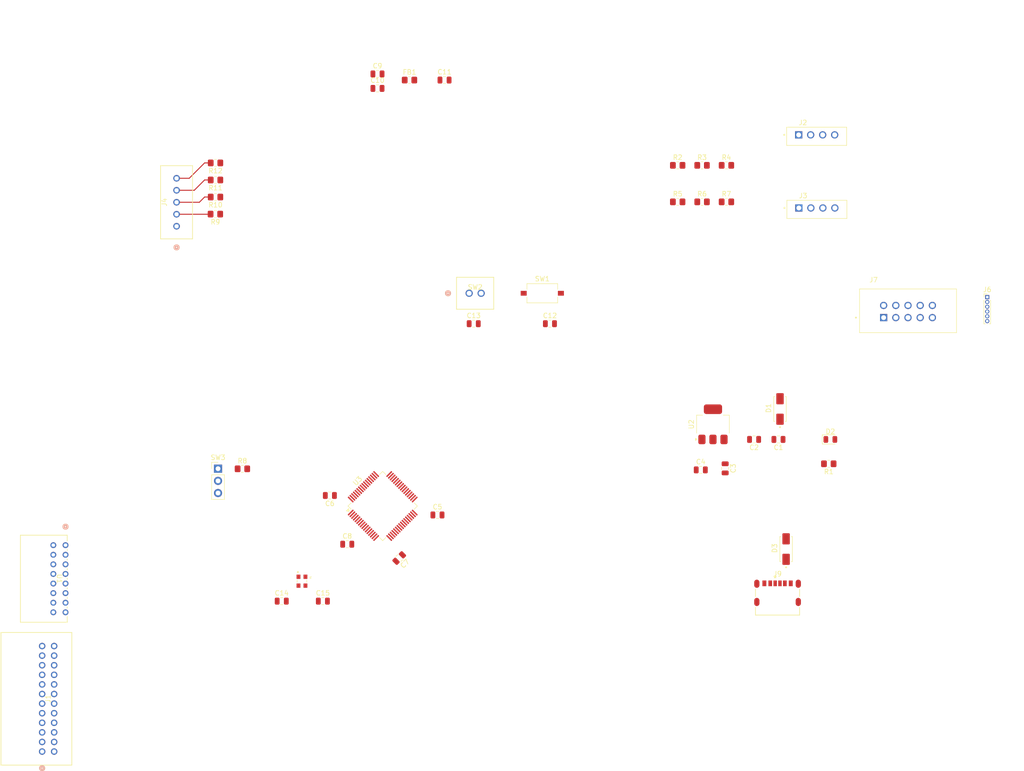
<source format=kicad_pcb>
(kicad_pcb (version 20240108) (generator "pcbnew") (generator_version "8.0")
  (layers (0 "F.Cu" signal) (31 "B.Cu" signal) (34 "B.Paste" user) (35 "F.Paste" user) (36 "B.SilkS" user "B.Silkscreen") (37 "F.SilkS" user "F.Silkscreen") (38 "B.Mask" user) (39 "F.Mask" user) (44 "Edge.Cuts" user))
  (net 0 "")
  (net 1 "+3.3V")
  (net 2 "GND")
  (net 3 "+3.3VA")
  (net 4 "PC9")
  (net 5 "PC3")
  (net 6 "PC8")
  (net 7 "PC6")
  (net 8 "PB8")
  (net 9 "PC2")
  (net 10 "PC10")
  (net 11 "PB3")
  (net 12 "PC5")
  (net 13 "PB10")
  (net 14 "PB9")
  (net 15 "PC7")
  (net 16 "PB5")
  (net 17 "PC0")
  (net 18 "PC1")
  (net 19 "PB2")
  (net 20 "PC4")
  (net 21 "PB6")
  (net 22 "PB7")
  (net 23 "PB1")
  (net 24 "PB0")
  (net 25 "PB4")
  (net 26 "PA8")
  (net 27 "PB14")
  (net 28 "PA7")
  (net 29 "PA6")
  (net 30 "PA5")
  (net 31 "PB11")
  (net 32 "PA1")
  (net 33 "PB12")
  (net 34 "PA2")
  (net 36 "PA10")
  (net 37 "PB13")
  (net 38 "PA4")
  (net 39 "PA9")
  (net 40 "PA0")
  (net 41 "PA3")
  (net 42 "PC15")
  (net 43 "PC14")
  (net 44 "PC13")
  (net 45 "Net-(Y1-Pad2)")
  (net 46 "/programming/3V3 REG DECOUP")
  (net 47 "/programming/5v5_post_diode")
  (net 48 "/programming/3v3_reg_in")
  (net 49 "/stm/HSE_IN")
  (net 50 "/stm/HSE_OUT")
  (net 51 "/programming/PWR_LED_CATHODE")
  (net 52 "/stm/EOT_ON_STAT")
  (net 53 "/stm/RST_ON_STAT")
  (net 54 "/stm/EOT_READY_STAT")
  (net 55 "/stm/RST_READY_STAT")
  (net 56 "/stm/EOT_RUN_STAT")
  (net 57 "/stm/RST_RUN_STAT")
  (net 60 "/programming/5v5_usb")
  (net 61 "/stm/BOOT0")
  (net 62 "/stm/SW_BOOT0")
  (net 70 "PD2")
  (net 71 "PC12")
  (net 72 "RST")
  (net 73 "SWCLK")
  (net 74 "SWDIO")
  (net 75 "IR_1")
  (net 76 "IR_2")
  (net 77 "IR_3")
  (net 78 "IR_4")
  (net 79 "/programming/5v5_in_jtag")
  (footprint "Capacitor_SMD:C_0805_2012Metric" (layer "F.Cu") (at 221.929999 116.84 180)
    (property "Reference" "C1" (at 0 -1.679999 0) (layer "F.SilkS"))
    (property "Value" "C")
    (pad "1" smd roundrect (at -0.949999 0 180) (size 1 1.45) (layers "F.Cu" "F.Paste" "F.Mask") (net 47 "/programming/5v5_post_diode"))
    (pad "2" smd roundrect (at 0.949999 0 180) (size 1 1.45) (layers "F.Cu" "F.Paste" "F.Mask") (net 46 "/programming/3V3 REG DECOUP"))
  )
  (footprint "Capacitor_SMD:C_0805_2012Metric" (layer "F.Cu") (at 132.08 138.684)
    (property "Reference" "C8" (at 0 -1.679999 0) (layer "F.SilkS"))
    (property "Value" "C")
    (pad "1" smd roundrect (at -0.949999 0) (size 1 1.45) (layers "F.Cu" "F.Paste" "F.Mask") (net 1 "+3.3V"))
    (pad "2" smd roundrect (at 0.949999 0) (size 1 1.45) (layers "F.Cu" "F.Paste" "F.Mask") (net 2 "GND"))
  )
  (footprint "Capacitor_SMD:C_0805_2012Metric" (layer "F.Cu") (at 152.35 41.91)
    (property "Reference" "C11" (at 0 -1.68 0) (layer "F.SilkS"))
    (property "Value" "C")
    (pad "1" smd roundrect (at -0.95 0) (size 1 1.45) (layers "F.Cu" "F.Paste" "F.Mask") (net 1 "+3.3V"))
    (pad "2" smd roundrect (at 0.95 0) (size 1 1.45) (layers "F.Cu" "F.Paste" "F.Mask") (net 2 "GND"))
  )
  (footprint "Capacitor_SMD:C_0805_2012Metric" (layer "F.Cu") (at 210.82 122.869999 -90)
    (property "Reference" "C3" (at 0 -1.679999 90) (layer "F.SilkS"))
    (property "Value" "C")
    (pad "1" smd roundrect (at -0.949999 0 270) (size 1 1.45) (layers "F.Cu" "F.Paste" "F.Mask") (net 48 "/programming/3v3_reg_in"))
    (pad "2" smd roundrect (at 0.949999 0 270) (size 1 1.45) (layers "F.Cu" "F.Paste" "F.Mask") (net 2 "GND"))
  )
  (footprint "Resistor_SMD:R_0805_2012Metric_Pad1.20x1.40mm_HandSolder" (layer "F.Cu") (at 145.05 41.91)
    (property "Reference" "FB1" (at 0 -1.65 0) (layer "F.SilkS"))
    (property "Value" "FerriteBead")
    (pad "1" smd roundrect (at -1 0) (size 1.2 1.4) (layers "F.Cu" "F.Paste" "F.Mask") (roundrect_rratio 0.208333) (net 3 "+3.3VA"))
    (pad "2" smd roundrect (at 1 0) (size 1.2 1.4) (layers "F.Cu" "F.Paste" "F.Mask") (roundrect_rratio 0.208333) (net 1 "+3.3V"))
  )
  (footprint "Resistor_SMD:R_0805_2012Metric_Pad1.20x1.40mm_HandSolder" (layer "F.Cu") (at 200.93 59.69)
    (property "Reference" "R2" (at 0 -1.65 0) (layer "F.SilkS"))
    (property "Value" "R_US")
    (pad "1" smd roundrect (at -1 0) (size 1.2 1.4) (layers "F.Cu" "F.Paste" "F.Mask") (roundrect_rratio 0.208333) (net 2 "GND"))
    (pad "2" smd roundrect (at 1 0) (size 1.2 1.4) (layers "F.Cu" "F.Paste" "F.Mask") (roundrect_rratio 0.208333) (net 52 "/stm/EOT_ON_STAT"))
  )
  (footprint "Capacitor_SMD:C_0805_2012Metric" (layer "F.Cu") (at 150.876 132.588)
    (property "Reference" "C5" (at 0 -1.679999 360) (layer "F.SilkS"))
    (property "Value" "C")
    (pad "1" smd roundrect (at -0.949999 0) (size 1 1.45) (layers "F.Cu" "F.Paste" "F.Mask") (net 1 "+3.3V"))
    (pad "2" smd roundrect (at 0.949999 0) (size 1 1.45) (layers "F.Cu" "F.Paste" "F.Mask") (net 2 "GND"))
  )
  (footprint "Capacitor_SMD:C_0805_2012Metric" (layer "F.Cu") (at 138.38 43.65)
    (property "Reference" "C10" (at 0 -1.68 0) (layer "F.SilkS"))
    (property "Value" "C")
    (pad "1" smd roundrect (at -0.95 0) (size 1 1.45) (layers "F.Cu" "F.Paste" "F.Mask") (net 3 "+3.3VA"))
    (pad "2" smd roundrect (at 0.95 0) (size 1 1.45) (layers "F.Cu" "F.Paste" "F.Mask") (net 2 "GND"))
  )
  (footprint "jtag:SULLINS_SBH11-PBPC-D05-ST-BK" (layer "F.Cu") (at 248.92 90.17)
    (property "Reference" "J7" (at -7.175 -6.585 0) (layer "F.SilkS"))
    (property "Value" "SBH11-PBPC-D05-ST-BK")
    (pad "1" thru_hole rect (at -5.08 1.27) (size 1.508 1.508) (drill 1) (layers "*.Cu" "*.Mask") (net 72 "RST"))
    (pad "2" thru_hole circle (at -5.08 -1.27) (size 1.508 1.508) (drill 1) (layers "*.Cu" "*.Mask") (net 74 "SWDIO"))
    (pad "3" thru_hole circle (at -2.54 1.27) (size 1.508 1.508) (drill 1) (layers "*.Cu" "*.Mask") (net 2 "GND"))
    (pad "4" thru_hole circle (at -2.54 -1.27) (size 1.508 1.508) (drill 1) (layers "*.Cu" "*.Mask") (net 2 "GND"))
    (pad "5" thru_hole circle (at 0 1.27) (size 1.508 1.508) (drill 1) (layers "*.Cu" "*.Mask"))
    (pad "6" thru_hole circle (at 0 -1.27) (size 1.508 1.508) (drill 1) (layers "*.Cu" "*.Mask") (net 73 "SWCLK"))
    (pad "7" thru_hole circle (at 2.54 1.27) (size 1.508 1.508) (drill 1) (layers "*.Cu" "*.Mask"))
    (pad "8" thru_hole circle (at 2.54 -1.27) (size 1.508 1.508) (drill 1) (layers "*.Cu" "*.Mask"))
    (pad "9" thru_hole circle (at 5.08 1.27) (size 1.508 1.508) (drill 1) (layers "*.Cu" "*.Mask") (net 79 "/programming/5v5_in_jtag"))
    (pad "10" thru_hole circle (at 5.08 -1.27) (size 1.508 1.508) (drill 1) (layers "*.Cu" "*.Mask") (net 79 "/programming/5v5_in_jtag"))
  )
  (footprint "Capacitor_SMD:C_0805_2012Metric" (layer "F.Cu") (at 158.429999 92.71)
    (property "Reference" "C13" (at 0 -1.679999 0) (layer "F.SilkS"))
    (property "Value" "C")
    (pad "1" smd roundrect (at -0.949999 0) (size 1 1.45) (layers "F.Cu" "F.Paste" "F.Mask") (net 72 "RST"))
    (pad "2" smd roundrect (at 0.949999 0) (size 1 1.45) (layers "F.Cu" "F.Paste" "F.Mask") (net 2 "GND"))
  )
  (footprint "Resistor_SMD:R_0805_2012Metric_Pad1.20x1.40mm_HandSolder" (layer "F.Cu") (at 104.632 59.189285 180)
    (property "Reference" "R12" (at 0 -1.65 360) (layer "F.SilkS"))
    (property "Value" "R_US")
    (pad "1" smd roundrect (at -1 0 180) (size 1.2 1.4) (layers "F.Cu" "F.Paste" "F.Mask") (roundrect_rratio 0.208333) (net 2 "GND"))
    (pad "2" smd roundrect (at 1 0 180) (size 1.2 1.4) (layers "F.Cu" "F.Paste" "F.Mask") (roundrect_rratio 0.208333) (net 78 "IR_4"))
  )
  (footprint "Connector_PinHeader_1.00mm:PinHeader_1x06_P1.00mm_Vertical" (layer "F.Cu") (at 265.43 87.17)
    (property "Reference" "J6" (at 0 -1.56 0) (layer "F.SilkS"))
    (property "Value" "Conn_01x06_Socket")
    (pad "1" thru_hole rect (at 0 0) (size 0.85 0.85) (drill 0.5) (layers "*.Cu" "*.Mask"))
    (pad "2" thru_hole oval (at 0 1) (size 0.85 0.85) (drill 0.5) (layers "*.Cu" "*.Mask") (net 70 "PD2"))
    (pad "3" thru_hole oval (at 0 2) (size 0.85 0.85) (drill 0.5) (layers "*.Cu" "*.Mask") (net 71 "PC12"))
    (pad "4" thru_hole oval (at 0 3) (size 0.85 0.85) (drill 0.5) (layers "*.Cu" "*.Mask"))
    (pad "5" thru_hole oval (at 0 4) (size 0.85 0.85) (drill 0.5) (layers "*.Cu" "*.Mask") (net 2 "GND"))
    (pad "6" thru_hole oval (at 0 5) (size 0.85 0.85) (drill 0.5) (layers "*.Cu" "*.Mask") (net 2 "GND"))
  )
  (footprint "Resistor_SMD:R_0805_2012Metric_Pad1.20x1.40mm_HandSolder" (layer "F.Cu") (at 206.01 59.69)
    (property "Reference" "R3" (at 0 -1.65 0) (layer "F.SilkS"))
    (property "Value" "R_US")
    (pad "1" smd roundrect (at -1 0) (size 1.2 1.4) (layers "F.Cu" "F.Paste" "F.Mask") (roundrect_rratio 0.208333) (net 2 "GND"))
    (pad "2" smd roundrect (at 1 0) (size 1.2 1.4) (layers "F.Cu" "F.Paste" "F.Mask") (roundrect_rratio 0.208333) (net 53 "/stm/RST_ON_STAT"))
  )
  (footprint "Capacitor_SMD:C_0805_2012Metric" (layer "F.Cu") (at 127 150.55)
    (property "Reference" "C15" (at 0 -1.68 0) (layer "F.SilkS"))
    (property "Value" "C")
    (pad "1" smd roundrect (at -0.95 0) (size 1 1.45) (layers "F.Cu" "F.Paste" "F.Mask") (net 50 "/stm/HSE_OUT"))
    (pad "2" smd roundrect (at 0.95 0) (size 1 1.45) (layers "F.Cu" "F.Paste" "F.Mask") (net 2 "GND"))
  )
  (footprint "Resistor_SMD:R_0805_2012Metric_Pad1.20x1.40mm_HandSolder" (layer "F.Cu") (at 110.236 122.969201)
    (property "Reference" "R8" (at 0 -1.65 0) (layer "F.SilkS"))
    (property "Value" "R_US")
    (pad "1" smd roundrect (at -1 0) (size 1.2 1.4) (layers "F.Cu" "F.Paste" "F.Mask") (roundrect_rratio 0.208333) (net 62 "/stm/SW_BOOT0"))
    (pad "2" smd roundrect (at 1 0) (size 1.2 1.4) (layers "F.Cu" "F.Paste" "F.Mask") (roundrect_rratio 0.208333) (net 61 "/stm/BOOT0"))
  )
  (footprint "Package_QFP:LQFP-64_10x10mm_P0.5mm" (layer "F.Cu") (at 139.464606 130.726268 45)
    (property "Reference" "U3" (at 0 -7.4 45) (layer "F.SilkS"))
    (property "Value" "STM32F091RCTx")
    (pad "1" smd roundrect (at -5.675 -3.749999 45) (size 1.55 0.3) (layers "F.Cu" "F.Paste" "F.Mask"))
    (pad "2" smd roundrect (at -5.675 -3.25 45) (size 1.55 0.3) (layers "F.Cu" "F.Paste" "F.Mask") (net 44 "PC13"))
    (pad "3" smd roundrect (at -5.675 -2.75 45) (size 1.55 0.3) (layers "F.Cu" "F.Paste" "F.Mask") (net 43 "PC14"))
    (pad "4" smd roundrect (at -5.675 -2.25 45) (size 1.55 0.3) (layers "F.Cu" "F.Paste" "F.Mask") (net 42 "PC15"))
    (pad "5" smd roundrect (at -5.675 -1.75 45) (size 1.55 0.3) (layers "F.Cu" "F.Paste" "F.Mask") (net 49 "/stm/HSE_IN"))
    (pad "6" smd roundrect (at -5.675 -1.249999 45) (size 1.55 0.3) (layers "F.Cu" "F.Paste" "F.Mask") (net 50 "/stm/HSE_OUT"))
    (pad "7" smd roundrect (at -5.675 -0.75 45) (size 1.55 0.3) (layers "F.Cu" "F.Paste" "F.Mask") (net 72 "RST"))
    (pad "8" smd roundrect (at -5.675 -0.25 45) (size 1.55 0.3) (layers "F.Cu" "F.Paste" "F.Mask") (net 17 "PC0"))
    (pad "9" smd roundrect (at -5.675 0.25 45) (size 1.55 0.3) (layers "F.Cu" "F.Paste" "F.Mask") (net 18 "PC1"))
    (pad "10" smd roundrect (at -5.675 0.75 45) (size 1.55 0.3) (layers "F.Cu" "F.Paste" "F.Mask") (net 9 "PC2"))
    (pad "11" smd roundrect (at -5.675 1.249999 45) (size 1.55 0.3) (layers "F.Cu" "F.Paste" "F.Mask") (net 5 "PC3"))
    (pad "12" smd roundrect (at -5.675 1.75 45) (size 1.55 0.3) (layers "F.Cu" "F.Paste" "F.Mask") (net 2 "GND"))
    (pad "13" smd roundrect (at -5.675 2.25 45) (size 1.55 0.3) (layers "F.Cu" "F.Paste" "F.Mask") (net 2 "GND"))
    (pad "14" smd roundrect (at -5.675 2.75 45) (size 1.55 0.3) (layers "F.Cu" "F.Paste" "F.Mask") (net 40 "PA0"))
    (pad "15" smd roundrect (at -5.675 3.25 45) (size 1.55 0.3) (layers "F.Cu" "F.Paste" "F.Mask") (net 32 "PA1"))
    (pad "16" smd roundrect (at -5.675 3.749999 45) (size 1.55 0.3) (layers "F.Cu" "F.Paste" "F.Mask") (net 34 "PA2"))
    (pad "17" smd roundrect (at -3.749999 5.675 45) (size 0.3 1.55) (layers "F.Cu" "F.Paste" "F.Mask") (net 41 "PA3"))
    (pad "18" smd roundrect (at -3.25 5.675 45) (size 0.3 1.55) (layers "F.Cu" "F.Paste" "F.Mask") (net 2 "GND"))
    (pad "19" smd roundrect (at -2.75 5.675 45) (size 0.3 1.55) (layers "F.Cu" "F.Paste" "F.Mask") (net 1 "+3.3V"))
    (pad "20" smd roundrect (at -2.25 5.675 45) (size 0.3 1.55) (layers "F.Cu" "F.Paste" "F.Mask") (net 38 "PA4"))
    (pad "21" smd roundrect (at -1.75 5.675 45) (size 0.3 1.55) (layers "F.Cu" "F.Paste" "F.Mask") (net 30 "PA5"))
    (pad "22" smd roundrect (at -1.249999 5.675 45) (size 0.3 1.55) (layers "F.Cu" "F.Paste" "F.Mask") (net 29 "PA6"))
    (pad "23" smd roundrect (at -0.75 5.675 45) (size 0.3 1.55) (layers "F.Cu" "F.Paste" "F.Mask") (net 28 "PA7"))
    (pad "24" smd roundrect (at -0.25 5.675 45) (size 0.3 1.55) (layers "F.Cu" "F.Paste" "F.Mask") (net 20 "PC4"))
    (pad "25" smd roundrect (at 0.25 5.675 45) (size 0.3 1.55) (layers "F.Cu" "F.Paste" "F.Mask") (net 12 "PC5"))
    (pad "26" smd roundrect (at 0.75 5.675 45) (size 0.3 1.55) (layers "F.Cu" "F.Paste" "F.Mask") (net 24 "PB0"))
    (pad "27" smd roundrect (at 1.249999 5.675 45) (size 0.3 1.55) (layers "F.Cu" "F.Paste" "F.Mask") (net 23 "PB1"))
    (pad "28" smd roundrect (at 1.75 5.675 45) (size 0.3 1.55) (layers "F.Cu" "F.Paste" "F.Mask") (net 19 "PB2"))
    (pad "29" smd roundrect (at 2.25 5.675 45) (size 0.3 1.55) (layers "F.Cu" "F.Paste" "F.Mask") (net 13 "PB10"))
    (pad "30" smd roundrect (at 2.75 5.675 45) (size 0.3 1.55) (layers "F.Cu" "F.Paste" "F.Mask") (net 31 "PB11"))
    (pad "31" smd roundrect (at 3.25 5.675 45) (size 0.3 1.55) (layers "F.Cu" "F.Paste" "F.Mask") (net 2 "GND"))
    (pad "32" smd roundrect (at 3.749999 5.675 45) (size 0.3 1.55) (layers "F.Cu" "F.Paste" "F.Mask") (net 1 "+3.3V"))
    (pad "33" smd roundrect (at 5.675 3.749999 45) (size 1.55 0.3) (layers "F.Cu" "F.Paste" "F.Mask") (net 33 "PB12"))
    (pad "34" smd roundrect (at 5.675 3.25 45) (size 1.55 0.3) (layers "F.Cu" "F.Paste" "F.Mask") (net 37 "PB13"))
    (pad "35" smd roundrect (at 5.675 2.75 45) (size 1.55 0.3) (layers "F.Cu" "F.Paste" "F.Mask") (net 27 "PB14"))
    (pad "36" smd roundrect (at 5.675 2.25 45) (size 1.55 0.3) (layers "F.Cu" "F.Paste" "F.Mask"))
    (pad "37" smd roundrect (at 5.675 1.75 45) (size 1.55 0.3) (layers "F.Cu" "F.Paste" "F.Mask") (net 7 "PC6"))
    (pad "38" smd roundrect (at 5.675 1.249999 45) (size 1.55 0.3) (layers "F.Cu" "F.Paste" "F.Mask") (net 15 "PC7"))
    (pad "39" smd roundrect (at 5.675 0.75 45) (size 1.55 0.3) (layers "F.Cu" "F.Paste" "F.Mask") (net 6 "PC8"))
    (pad "40" smd roundrect (at 5.675 0.25 45) (size 1.55 0.3) (layers "F.Cu" "F.Paste" "F.Mask") (net 4 "PC9"))
    (pad "41" smd roundrect (at 5.675 -0.25 45) (size 1.55 0.3) (layers "F.Cu" "F.Paste" "F.Mask") (net 26 "PA8"))
    (pad "42" smd roundrect (at 5.675 -0.75 45) (size 1.55 0.3) (layers "F.Cu" "F.Paste" "F.Mask") (net 39 "PA9"))
    (pad "43" smd roundrect (at 5.675 -1.249999 45) (size 1.55 0.3) (layers "F.Cu" "F.Paste" "F.Mask") (net 36 "PA10"))
    (pad "44" smd roundrect (at 5.675 -1.75 45) (size 1.55 0.3) (layers "F.Cu" "F.Paste" "F.Mask"))
    (pad "45" smd roundrect (at 5.675 -2.25 45) (size 1.55 0.3) (layers "F.Cu" "F.Paste" "F.Mask"))
    (pad "46" smd roundrect (at 5.675 -2.75 45) (size 1.55 0.3) (layers "F.Cu" "F.Paste" "F.Mask") (net 74 "SWDIO"))
    (pad "47" smd roundrect (at 5.675 -3.25 45) (size 1.55 0.3) (layers "F.Cu" "F.Paste" "F.Mask") (net 2 "GND"))
    (pad "48" smd roundrect (at 5.675 -3.749999 45) (size 1.55 0.3) (layers "F.Cu" "F.Paste" "F.Mask"))
    (pad "49" smd roundrect (at 3.749999 -5.675 45) (size 0.3 1.55) (layers "F.Cu" "F.Paste" "F.Mask") (net 73 "SWCLK"))
    (pad "50" smd roundrect (at 3.25 -5.675 45) (size 0.3 1.55) (layers "F.Cu" "F.Paste" "F.Mask"))
    (pad "51" smd roundrect (at 2.75 -5.675 45) (size 0.3 1.55) (layers "F.Cu" "F.Paste" "F.Mask") (net 10 "PC10"))
    (pad "52" smd roundrect (at 2.25 -5.675 45) (size 0.3 1.55) (layers "F.Cu" "F.Paste" "F.Mask"))
    (pad "53" smd roundrect (at 1.75 -5.675 45) (size 0.3 1.55) (layers "F.Cu" "F.Paste" "F.Mask") (net 71 "PC12"))
    (pad "54" smd roundrect (at 1.249999 -5.675 45) (size 0.3 1.55) (layers "F.Cu" "F.Paste" "F.Mask") (net 70 "PD2"))
    (pad "55" smd roundrect (at 0.75 -5.675 45) (size 0.3 1.55) (layers "F.Cu" "F.Paste" "F.Mask") (net 11 "PB3"))
    (pad "56" smd roundrect (at 0.25 -5.675 45) (size 0.3 1.55) (layers "F.Cu" "F.Paste" "F.Mask") (net 25 "PB4"))
    (pad "57" smd roundrect (at -0.25 -5.675 45) (size 0.3 1.55) (layers "F.Cu" "F.Paste" "F.Mask") (net 16 "PB5"))
    (pad "58" smd roundrect (at -0.75 -5.675 45) (size 0.3 1.55) (layers "F.Cu" "F.Paste" "F.Mask") (net 21 "PB6"))
    (pad "59" smd roundrect (at -1.249999 -5.675 45) (size 0.3 1.55) (layers "F.Cu" "F.Paste" "F.Mask") (net 22 "PB7"))
    (pad "60" smd roundrect (at -1.75 -5.675 45) (size 0.3 1.55) (layers "F.Cu" "F.Paste" "F.Mask") (net 61 "/stm/BOOT0"))
    (pad "61" smd roundrect (at -2.25 -5.675 45) (size 0.3 1.55) (layers "F.Cu" "F.Paste" "F.Mask") (net 8 "PB8"))
    (pad "62" smd roundrect (at -2.75 -5.675 45) (size 0.3 1.55) (layers "F.Cu" "F.Paste" "F.Mask") (net 14 "PB9"))
    (pad "63" smd roundrect (at -3.25 -5.675 45) (size 0.3 1.55) (layers "F.Cu" "F.Paste" "F.Mask") (net 2 "GND"))
    (pad "64" smd roundrect (at -3.749999 -5.675 45) (size 0.3 1.55) (layers "F.Cu" "F.Paste" "F.Mask") (net 1 "+3.3V"))
  )
  (footprint "Resistor_SMD:R_0805_2012Metric_Pad1.20x1.40mm_HandSolder" (layer "F.Cu") (at 104.632 66.301285 180)
    (property "Reference" "R10" (at 0 -1.65 360) (layer "F.SilkS"))
    (property "Value" "R_US")
    (pad "1" smd roundrect (at -1 0 180) (size 1.2 1.4) (layers "F.Cu" "F.Paste" "F.Mask") (roundrect_rratio 0.208333) (net 2 "GND"))
    (pad "2" smd roundrect (at 1 0 180) (size 1.2 1.4) (layers "F.Cu" "F.Paste" "F.Mask") (roundrect_rratio 0.208333) (net 76 "IR_2"))
  )
  (footprint "zener_diode_5v1:DIOM5226X240N" (layer "F.Cu") (at 222.25 110.49 90)
    (property "Reference" "D1" (at 0.175 -2.385 90) (layer "F.SilkS"))
    (property "Value" "SMAZ5V1-13-F")
    (pad "1" smd roundrect (at -2.135 0 90) (size 2.33 1.55) (layers "F.Cu" "F.Paste" "F.Mask") (roundrect_rratio 0.125) (net 47 "/programming/5v5_post_diode"))
    (pad "2" smd roundrect (at 2.135 0 90) (size 2.33 1.55) (layers "F.Cu" "F.Paste" "F.Mask") (roundrect_rratio 0.125) (net 79 "/programming/5v5_in_jtag"))
  )
  (footprint "crystal smd:OSC_ECS-2520S25-250-FN-TR" (layer "F.Cu") (at 122.645 146.395 -90)
    (property "Reference" "Y1" (at -0.762633 -1.807067 90) (layer "F.SilkS") (effects (font (size 0.320686 0.320686))))
    (property "Value" "Crystal_GND24")
    (pad "1" smd rect (at -0.925 0.725 270) (size 0.9 0.8) (layers "F.Cu" "F.Paste" "F.Mask") (net 49 "/stm/HSE_IN"))
    (pad "2" smd rect (at 0.925 0.725 270) (size 0.9 0.8) (layers "F.Cu" "F.Paste" "F.Mask") (net 45 "Net-(Y1-Pad2)"))
    (pad "3" smd rect (at 0.925 -0.725 270) (size 0.9 0.8) (layers "F.Cu" "F.Paste" "F.Mask") (net 50 "/stm/HSE_OUT"))
    (pad "4" smd rect (at -0.925 -0.725 270) (size 0.9 0.8) (layers "F.Cu" "F.Paste" "F.Mask") (net 45 "Net-(Y1-Pad2)"))
  )
  (footprint "Capacitor_SMD:C_0805_2012Metric" (layer "F.Cu") (at 118.43 150.55)
    (property "Reference" "C14" (at 0 -1.68 0) (layer "F.SilkS"))
    (property "Value" "C")
    (pad "1" smd roundrect (at -0.95 0) (size 1 1.45) (layers "F.Cu" "F.Paste" "F.Mask") (net 49 "/stm/HSE_IN"))
    (pad "2" smd roundrect (at 0.95 0) (size 1 1.45) (layers "F.Cu" "F.Paste" "F.Mask") (net 2 "GND"))
  )
  (footprint "16pos 2mm:S16B-PHDSSLFSN_JST" (layer "F.Cu") (at 73.380098 138.884901 -90)
    (property "Reference" "U1" (at 6.999999 1.27 -90) (layer "F.SilkS"))
    (property "Value" "S16B-PHDSSLFSN")
    (pad "1" thru_hole circle (at 0 0 270) (size 1.2192 1.2192) (drill 0.7112) (layers "*.Cu" "*.Mask") (net 40 "PA0"))
    (pad "2" thru_hole circle (at 1.999999 0 270) (size 1.2192 1.2192) (drill 0.7112) (layers "*.Cu" "*.Mask") (net 32 "PA1"))
    (pad "3" thru_hole circle (at 4 0 270) (size 1.2192 1.2192) (drill 0.7112) (layers "*.Cu" "*.Mask") (net 34 "PA2"))
    (pad "4" thru_hole circle (at 5.999999 0 270) (size 1.2192 1.2192) (drill 0.7112) (layers "*.Cu" "*.Mask") (net 41 "PA3"))
    (pad "5" thru_hole circle (at 8 0 270) (size 1.2192 1.2192) (drill 0.7112) (layers "*.Cu" "*.Mask") (net 38 "PA4"))
    (pad "6" thru_hole circle (at 9.999998 0 270) (size 1.2192 1.2192) (drill 0.7112) (layers "*.Cu" "*.Mask") (net 30 "PA5"))
    (pad "7" thru_hole circle (at 11.999999 0 270) (size 1.2192 1.2192) (drill 0.7112) (layers "*.Cu" "*.Mask") (net 29 "PA6"))
    (pad "8" thru_hole circle (at 14 0 270) (size 1.2192 1.2192) (drill 0.7112) (layers "*.Cu" "*.Mask") (net 28 "PA7"))
    (pad "9" thru_hole circle (at 0 2.54 270) (size 1.2192 1.2192) (drill 0.7112) (layers "*.Cu" "*.Mask") (net 26 "PA8"))
    (pad "10" thru_hole circle (at 1.999999 2.54 270) (size 1.2192 1.2192) (drill 0.7112) (layers "*.Cu" "*.Mask") (net 39 "PA9"))
    (pad "11" thru_hole circle (at 4 2.54 270) (size 1.2192 1.2192) (drill 0.7112) (layers "*.Cu" "*.Mask") (net 36 "PA10"))
    (pad "12" thru_hole circle (at 5.999999 2.54 270) (size 1.2192 1.2192) (drill 0.7112) (layers "*.Cu" "*.Mask") (net 31 "PB11"))
    (pad "13" thru_hole circle (at 8 2.54 270) (size 1.2192 1.2192) (drill 0.7112) (layers "*.Cu" "*.Mask") (net 33 "PB12"))
    (pad "14" thru_hole circle (at 9.999998 2.54 270) (size 1.2192 1.2192) (drill 0.7112) (layers "*.Cu" "*.Mask") (net 37 "PB13"))
    (pad "15" thru_hole circle (at 11.999999 2.54 270) (size 1.2192 1.2192) (drill 0.7112) (layers "*.Cu" "*.Mask") (net 27 "PB14"))
    (pad "16" thru_hole circle (at 14 2.54 270) (size 1.2192 1.2192) (drill 0.7112) (layers "*.Cu" "*.Mask"))
  )
  (footprint "Resistor_SMD:R_0805_2012Metric_Pad1.20x1.40mm_HandSolder" (layer "F.Cu") (at 211.09 67.31)
    (property "Reference" "R7" (at 0 -1.65 0) (layer "F.SilkS"))
    (property "Value" "R_US")
    (pad "1" smd roundrect (at -1 0) (size 1.2 1.4) (layers "F.Cu" "F.Paste" "F.Mask") (roundrect_rratio 0.208333) (net 2 "GND"))
    (pad "2" smd roundrect (at 1 0) (size 1.2 1.4) (layers "F.Cu" "F.Paste" "F.Mask") (roundrect_rratio 0.208333) (net 57 "/stm/RST_RUN_STAT"))
  )
  (footprint "Capacitor_SMD:C_0805_2012Metric" (layer "F.Cu") (at 205.74 123.19)
    (property "Reference" "C4" (at 0 -1.68 0) (layer "F.SilkS"))
    (property "Value" "C")
    (pad "1" smd roundrect (at -0.95 0) (size 1 1.45) (layers "F.Cu" "F.Paste" "F.Mask") (net 1 "+3.3V"))
    (pad "2" smd roundrect (at 0.95 0) (size 1 1.45) (layers "F.Cu" "F.Paste" "F.Mask") (net 2 "GND"))
  )
  (footprint "Resistor_SMD:R_0805_2012Metric_Pad1.20x1.40mm_HandSolder" (layer "F.Cu") (at 104.604052 69.857285 180)
    (property "Reference" "R9" (at 0 -1.65 360) (layer "F.SilkS"))
    (property "Value" "R_US")
    (pad "1" smd roundrect (at -1 0 180) (size 1.2 1.4) (layers "F.Cu" "F.Paste" "F.Mask") (roundrect_rratio 0.208333) (net 2 "GND"))
    (pad "2" smd roundrect (at 1 0 180) (size 1.2 1.4) (layers "F.Cu" "F.Paste" "F.Mask") (roundrect_rratio 0.208333) (net 75 "IR_1"))
  )
  (footprint "zener_diode_5v1:DIOM5226X240N" (layer "F.Cu") (at 223.52 139.7 90)
    (property "Reference" "D3" (at 0.175 -2.385 90) (layer "F.SilkS"))
    (property "Value" "SMAZ5V1-13-F")
    (pad "1" smd roundrect (at -2.135 0 90) (size 2.33 1.55) (layers "F.Cu" "F.Paste" "F.Mask") (roundrect_rratio 0.125) (net 47 "/programming/5v5_post_diode"))
    (pad "2" smd roundrect (at 2.135 0 90) (size 2.33 1.55) (layers "F.Cu" "F.Paste" "F.Mask") (roundrect_rratio 0.125) (net 60 "/programming/5v5_usb"))
  )
  (footprint "Resistor_SMD:R_0805_2012Metric_Pad1.20x1.40mm_HandSolder" (layer "F.Cu") (at 232.41 121.92 180)
    (property "Reference" "R1" (at 0 -1.65 0) (layer "F.SilkS"))
    (property "Value" "R_US")
    (pad "1" smd roundrect (at -1 0 180) (size 1.2 1.4) (layers "F.Cu" "F.Paste" "F.Mask") (roundrect_rratio 0.208333) (net 2 "GND"))
    (pad "2" smd roundrect (at 1 0 180) (size 1.2 1.4) (layers "F.Cu" "F.Paste" "F.Mask") (roundrect_rratio 0.208333) (net 51 "/programming/PWR_LED_CATHODE"))
  )
  (footprint "Resistor_SMD:R_0805_2012Metric_Pad1.20x1.40mm_HandSolder" (layer "F.Cu") (at 200.93 67.31)
    (property "Reference" "R5" (at 0 -1.65 0) (layer "F.SilkS"))
    (property "Value" "R_US")
    (pad "1" smd roundrect (at -1 0) (size 1.2 1.4) (layers "F.Cu" "F.Paste" "F.Mask") (roundrect_rratio 0.208333) (net 2 "GND"))
    (pad "2" smd roundrect (at 1 0) (size 1.2 1.4) (layers "F.Cu" "F.Paste" "F.Mask") (roundrect_rratio 0.208333) (net 55 "/stm/RST_READY_STAT"))
  )
  (footprint "Package_TO_SOT_SMD:SOT-223-3_TabPin2" (layer "F.Cu") (at 208.28 113.690001 90)
    (property "Reference" "U2" (at 0 -4.500001 90) (layer "F.SilkS"))
    (property "Value" "AMS1117-3.3")
    (pad "1" smd roundrect (at -3.15 -2.3 90) (size 2 1.5) (layers "F.Cu" "F.Paste" "F.Mask") (net 2 "GND"))
    (pad "2" smd roundrect (at -3.149999 0 90) (size 2 1.5) (layers "F.Cu" "F.Paste" "F.Mask") (net 1 "+3.3V"))
    (pad "2" smd roundrect (at 3.149999 0 90) (size 2 3.8) (layers "F.Cu" "F.Paste" "F.Mask") (net 1 "+3.3V"))
    (pad "3" smd roundrect (at -3.15 2.3 90) (size 2 1.5) (layers "F.Cu" "F.Paste" "F.Mask") (net 48 "/programming/3v3_reg_in"))
  )
  (footprint "1x04_jst_connector:1x04_jst" (layer "F.Cu") (at 229.890001 53.34)
    (property "Reference" "J2" (at -2.8575 -2.54 0) (layer "F.SilkS"))
    (property "Value" "B4B-EH-A")
    (pad "1" thru_hole rect (at -3.749999 0) (size 1.508 1.508) (drill 1) (layers "*.Cu" "*.Mask") (net 44 "PC13"))
    (pad "2" thru_hole circle (at -1.249999 0) (size 1.508 1.508) (drill 1) (layers "*.Cu" "*.Mask") (net 43 "PC14"))
    (pad "3" thru_hole circle (at 1.249999 0) (size 1.508 1.508) (drill 1) (layers "*.Cu" "*.Mask") (net 42 "PC15"))
    (pad "4" thru_hole circle (at 3.749999 0) (size 1.508 1.508) (drill 1) (layers "*.Cu" "*.Mask") (net 2 "GND"))
  )
  (footprint "Resistor_SMD:R_0805_2012Metric_Pad1.20x1.40mm_HandSolder" (layer "F.Cu") (at 211.09 59.69)
    (property "Reference" "R4" (at 0 -1.65 0) (layer "F.SilkS"))
    (property "Value" "R_US")
    (pad "1" smd roundrect (at -1 0) (size 1.2 1.4) (layers "F.Cu" "F.Paste" "F.Mask") (roundrect_rratio 0.208333) (net 2 "GND"))
    (pad "2" smd roundrect (at 1 0) (size 1.2 1.4) (layers "F.Cu" "F.Paste" "F.Mask") (roundrect_rratio 0.208333) (net 54 "/stm/EOT_READY_STAT"))
  )
  (footprint "1X05_JST:1x05_jst" (layer "F.Cu") (at 96.52 72.39 90)
    (property "Reference" "J4" (at 5 -2.54 90) (layer "F.SilkS"))
    (property "Value" "B05B-XASK-1LFSN")
    (pad "1" thru_hole circle (at 0 0 90) (size 1.3716 1.3716) (drill 0.8636) (layers "*.Cu" "*.Mask") (net 1 "+3.3V"))
    (pad "2" thru_hole circle (at 2.5 0 90) (size 1.3716 1.3716) (drill 0.8636) (layers "*.Cu" "*.Mask") (net 75 "IR_1"))
    (pad "3" thru_hole circle (at 5 0 90) (size 1.3716 1.3716) (drill 0.8636) (layers "*.Cu" "*.Mask") (net 76 "IR_2"))
    (pad "4" thru_hole circle (at 7.5 0 90) (size 1.3716 1.3716) (drill 0.8636) (layers "*.Cu" "*.Mask") (net 77 "IR_3"))
    (pad "5" thru_hole circle (at 10 0 90) (size 1.3716 1.3716) (drill 0.8636) (layers "*.Cu" "*.Mask") (net 78 "IR_4"))
  )
  (footprint "Capacitor_SMD:C_0805_2012Metric" (layer "F.Cu") (at 216.849999 116.84 180)
    (property "Reference" "C2" (at 0 -1.679999 0) (layer "F.SilkS"))
    (property "Value" "C")
    (pad "1" smd roundrect (at -0.949999 0 180) (size 1 1.45) (layers "F.Cu" "F.Paste" "F.Mask") (net 46 "/programming/3V3 REG DECOUP"))
    (pad "2" smd roundrect (at 0.949999 0 180) (size 1 1.45) (layers "F.Cu" "F.Paste" "F.Mask") (net 48 "/programming/3v3_reg_in"))
  )
  (footprint "Resistor_SMD:R_0805_2012Metric_Pad1.20x1.40mm_HandSolder" (layer "F.Cu") (at 206.01 67.31)
    (property "Reference" "R6" (at 0 -1.65 0) (layer "F.SilkS"))
    (property "Value" "R_US")
    (pad "1" smd roundrect (at -1 0) (size 1.2 1.4) (layers "F.Cu" "F.Paste" "F.Mask") (roundrect_rratio 0.208333) (net 2 "GND"))
    (pad "2" smd roundrect (at 1 0) (size 1.2 1.4) (layers "F.Cu" "F.Paste" "F.Mask") (roundrect_rratio 0.208333) (net 56 "/stm/EOT_RUN_STAT"))
  )
  (footprint "Capacitor_SMD:C_0805_2012Metric" (layer "F.Cu") (at 138.38 40.64)
    (property "Reference" "C9" (at 0 -1.68 0) (layer "F.SilkS"))
    (property "Value" "C")
    (pad "1" smd roundrect (at -0.95 0) (size 1 1.45) (layers "F.Cu" "F.Paste" "F.Mask") (net 3 "+3.3VA"))
    (pad "2" smd roundrect (at 0.95 0) (size 1 1.45) (layers "F.Cu" "F.Paste" "F.Mask") (net 2 "GND"))
  )
  (footprint "24pos 2mm:CONN24_559592430_MOL" (layer "F.Cu") (at 68.508306 181.916601 90)
    (property "Reference" "J1" (at 11.000001 1.25 90) (layer "F.SilkS"))
    (property "Value" "559592430")
    (pad "1" thru_hole circle (at 0 0 90) (size 1.3462 1.3462) (drill 0.8382) (layers "*.Cu" "*.Mask") (net 24 "PB0"))
    (pad "2" thru_hole circle (at 0 2.5 90) (size 1.3462 1.3462) (drill 0.8382) (layers "*.Cu" "*.Mask") (net 23 "PB1"))
    (pad "3" thru_hole circle (at 2.000001 0 90) (size 1.3462 1.3462) (drill 0.8382) (layers "*.Cu" "*.Mask") (net 19 "PB2"))
    (pad "4" thru_hole circle (at 2.000001 2.5 90) (size 1.3462 1.3462) (drill 0.8382) (layers "*.Cu" "*.Mask") (net 11 "PB3"))
    (pad "5" thru_hole circle (at 3.999999 0 90) (size 1.3462 1.3462) (drill 0.8382) (layers "*.Cu" "*.Mask") (net 25 "PB4"))
    (pad "6" thru_hole circle (at 3.999999 2.5 90) (size 1.3462 1.3462) (drill 0.8382) (layers "*.Cu" "*.Mask") (net 16 "PB5"))
    (pad "7" thru_hole circle (at 6.000001 0 90) (size 1.3462 1.3462) (drill 0.8382) (layers "*.Cu" "*.Mask") (net 21 "PB6"))
    (pad "8" thru_hole circle (at 6.000001 2.5 90) (size 1.3462 1.3462) (drill 0.8382) (layers "*.Cu" "*.Mask") (net 22 "PB7"))
    (pad "9" thru_hole circle (at 7.999999 0 90) (size 1.3462 1.3462) (drill 0.8382) (layers "*.Cu" "*.Mask") (net 8 "PB8"))
    (pad "10" thru_hole circle (at 7.999999 2.5 90) (size 1.3462 1.3462) (drill 0.8382) (layers "*.Cu" "*.Mask") (net 14 "PB9"))
    (pad "11" thru_hole circle (at 10 0 90) (size 1.3462 1.3462) (drill 0.8382) (layers "*.Cu" "*.Mask") (net 13 "PB10"))
    (pad "12" thru_hole circle (at 10 2.5 90) (size 1.3462 1.3462) (drill 0.8382) (layers "*.Cu" "*.Mask") (net 17 "PC0"))
    (pad "13" thru_hole circle (at 12.000001 0 90) (size 1.3462 1.3462) (drill 0.8382) (layers "*.Cu" "*.Mask") (net 18 "PC1"))
    (pad "14" thru_hole circle (at 12.000001 2.5 90) (size 1.3462 1.3462) (drill 0.8382) (layers "*.Cu" "*.Mask") (net 9 "PC2"))
    (pad "15" thru_hole circle (at 14 0 90) (size 1.3462 1.3462) (drill 0.8382) (layers "*.Cu" "*.Mask") (net 5 "PC3"))
    (pad "16" thru_hole circle (at 14 2.5 90) (size 1.3462 1.3462) (drill 0.8382) (layers "*.Cu" "*.Mask") (net 20 "PC4"))
    (pad "17" thru_hole circle (at 16.000001 0 90) (size 1.3462 1.3462) (drill 0.8382) (layers "*.Cu" "*.Mask") (net 12 "PC5"))
    (pad "18" thru_hole circle (at 16.000001 2.5 90) (size 1.3462 1.3462) (drill 0.8382) (layers "*.Cu" "*.Mask") (net 7 "PC6"))
    (pad "19" thru_hole circle (at 17.999999 0 90) (size 1.3462 1.3462) (drill 0.8382) (layers "*.Cu" "*.Mask") (net 15 "PC7"))
    (pad "20" thru_hole circle (at 17.999999 2.5 90) (size 1.3462 1.3462) (drill 0.8382) (layers "*.Cu" "*.Mask") (net 6 "PC8"))
    (pad "21" thru_hole circle (at 20 0 90) (size 1.3462 1.3462) (drill 0.8382) (layers "*.Cu" "*.Mask") (net 4 "PC9"))
    (pad "22" thru_hole circle (at 20 2.5 90) (size 1.3462 1.3462) (drill 0.8382) (layers "*.Cu" "*.Mask") (net 10 "PC10"))
    (pad "23" thru_hole circle (at 21.999999 0 90) (size 1.3462 1.3462) (drill 0.8382) (layers "*.Cu" "*.Mask") (net 1 "+3.3V"))
    (pad "24" thru_hole circle (at 21.999999 2.5 90) (size 1.3462 1.3462) (drill 0.8382) (layers "*.Cu" "*.Mask") (net 2 "GND"))
  )
  (footprint "Capacitor_SMD:C_0805_2012Metric" (layer "F.Cu") (at 174.31 92.71)
    (property "Reference" "C12" (at 0 -1.68 0) (layer "F.SilkS"))
    (property "Value" "C")
    (pad "1" smd roundrect (at -0.95 0) (size 1 1.45) (layers "F.Cu" "F.Paste" "F.Mask") (net 72 "RST"))
    (pad "2" smd roundrect (at 0.95 0) (size 1 1.45) (layers "F.Cu" "F.Paste" "F.Mask") (net 2 "GND"))
  )
  (footprint "Capacitor_SMD:C_0805_2012Metric" (layer "F.Cu") (at 128.457999 128.524 180)
    (property "Reference" "C6" (at 0 -1.679999 360) (layer "F.SilkS"))
    (property "Value" "C")
    (pad "1" smd roundrect (at -0.949999 0 180) (size 1 1.45) (layers "F.Cu" "F.Paste" "F.Mask") (net 1 "+3.3V"))
    (pad "2" smd roundrect (at 0.949999 0 180) (size 1 1.45) (layers "F.Cu" "F.Paste" "F.Mask") (net 2 "GND"))
  )
  (footprint "Button_Switch_SMD:SW_Tactile_SPST_NO_Straight_CK_PTS636Sx25SMTRLFS" (layer "F.Cu") (at 172.72 86.36)
    (property "Reference" "SW1" (at 0 -3 0) (layer "F.SilkS"))
    (property "Value" "ON-BOARD")
    (pad "1" smd rect (at -3.875 0) (size 1.25 1) (layers "F.Cu" "F.Paste" "F.Mask") (net 72 "RST"))
    (pad "2" smd rect (at 3.875 0) (size 1.25 1) (layers "F.Cu" "F.Paste" "F.Mask") (net 2 "GND"))
  )
  (footprint "1x04_jst_connector:1x04_jst" (layer "F.Cu") (at 229.93 68.58)
    (property "Reference" "J3" (at -2.8575 -2.54 0) (layer "F.SilkS"))
    (property "Value" "B4B-EH-A")
    (pad "1" thru_hole rect (at -3.75 0) (size 1.508 1.508) (drill 1) (layers "*.Cu" "*.Mask") (net 44 "PC13"))
    (pad "2" thru_hole circle (at -1.25 0) (size 1.508 1.508) (drill 1) (layers "*.Cu" "*.Mask") (net 43 "PC14"))
    (pad "3" thru_hole circle (at 1.25 0) (size 1.508 1.508) (drill 1) (layers "*.Cu" "*.Mask") (net 42 "PC15"))
    (pad "4" thru_hole circle (at 3.75 0) (size 1.508 1.508) (drill 1) (layers "*.Cu" "*.Mask") (net 2 "GND"))
  )
  (footprint "Connector_PinHeader_2.54mm:PinHeader_1x03_P2.54mm_Vertical" (layer "F.Cu") (at 105.156 122.936)
    (property "Reference" "SW3" (at 0 -2.33 0) (layer "F.SilkS"))
    (property "Value" "BOOT")
    (pad "1" thru_hole rect (at 0 0) (size 1.7 1.7) (drill 1) (layers "*.Cu" "*.Mask") (net 2 "GND"))
    (pad "2" thru_hole oval (at 0 2.54) (size 1.7 1.7) (drill 1) (layers "*.Cu" "*.Mask") (net 62 "/stm/SW_BOOT0"))
    (pad "3" thru_hole oval (at 0 5.08) (size 1.7 1.7) (drill 1) (layers "*.Cu" "*.Mask") (net 1 "+3.3V"))
  )
  (footprint "Diode_SMD:D_0805_2012Metric" (layer "F.Cu") (at 232.7425 116.84)
    (property "Reference" "D2" (at 0 -1.65 0) (layer "F.SilkS"))
    (property "Value" "LED")
    (pad "1" smd roundrect (at -0.9375 0) (size 0.975 1.4) (layers "F.Cu" "F.Paste" "F.Mask") (net 51 "/programming/PWR_LED_CATHODE"))
    (pad "2" smd roundrect (at 0.9375 0) (size 0.975 1.4) (layers "F.Cu" "F.Paste" "F.Mask") (net 1 "+3.3V"))
  )
  (footprint "usbc_power_only:KUSBX-SMT-CS-6-BTR_KYC" (layer "F.Cu") (at 221.74 149.879401)
    (property "Reference" "J9" (at 0 -5 0) (layer "F.SilkS"))
    (property "Value" "USB_C_Receptacle_PowerOnly_24P")
    (fp_text user "*" (at -0.508 -4.064 0) (layer "F.SilkS"))
    (fp_text user "*" (at -0.508 -4.064 0) (layer "F.SilkS"))
    (pad "7" smd oval (at -4.32 -2.9544) (size 1.0922 1.7018) (layers "F.Cu" "F.Paste" "F.Mask"))
    (pad "8" smd oval (at 4.32 -2.9544) (size 1.0922 1.7018) (layers "F.Cu" "F.Paste" "F.Mask"))
    (pad "9" smd oval (at -4.32 0.845599) (size 1.0922 1.7018) (layers "F.Cu" "F.Paste" "F.Mask"))
    (pad "10" smd oval (at 4.32 0.845599) (size 1.0922 1.7018) (layers "F.Cu" "F.Paste" "F.Mask"))
    (pad "A5" smd rect (at -0.499999 -3.034401) (size 0.7112 1.1938) (layers "F.Cu" "F.Paste" "F.Mask"))
    (pad "A9" smd rect (at 1.52 -3.034401) (size 0.762 1.1938) (layers "F.Cu" "F.Paste" "F.Mask") (net 60 "/programming/5v5_usb"))
    (pad "A12" smd rect (at 2.75 -3.034401) (size 0.8128 1.1938) (layers "F.Cu" "F.Paste" "F.Mask") (net 2 "GND"))
    (pad "B5" smd rect (at 0.499999 -3.034401) (size 0.7112 1.1938) (layers "F.Cu" "F.Paste" "F.Mask"))
    (pad "B9" smd rect (at -1.52 -3.034401) (size 0.762 1.1938) (layers "F.Cu" "F.Paste" "F.Mask"))
    (pad "B12" smd rect (at -2.75 -3.034401) (size 0.8128 1.1938) (layers "F.Cu" "F.Paste" "F.Mask"))
  )
  (footprint "1x02_jst_conn:CONN_B02B-XASK-1LFSN_JST" (layer "F.Cu") (at 157.48 86.36)
    (property "Reference" "SW2" (at 1.249999 -1.27 0) (layer "F.SilkS"))
    (property "Value" "BOT")
    (pad "1" thru_hole circle (at 0 0) (size 1.4986 1.4986) (drill 0.9906) (layers "*.Cu" "*.Mask") (net 72 "RST"))
    (pad "2" thru_hole circle (at 2.5 0) (size 1.4986 1.4986) (drill 0.9906) (layers "*.Cu" "*.Mask") (net 2 "GND"))
  )
  (footprint "Capacitor_SMD:C_0805_2012Metric" (layer "F.Cu") (at 142.911751 141.568249 -135)
    (property "Reference" "C7" (at 0 -1.679999 45) (layer "F.SilkS"))
    (property "Value" "C")
    (pad "1" smd roundrect (at -0.949999 0 225) (size 1 1.45) (layers "F.Cu" "F.Paste" "F.Mask") (net 1 "+3.3V"))
    (pad "2" smd roundrect (at 0.949999 0 225) (size 1 1.45) (layers "F.Cu" "F.Paste" "F.Mask") (net 2 "GND"))
  )
  (footprint "Resistor_SMD:R_0805_2012Metric_Pad1.20x1.40mm_HandSolder" (layer "F.Cu") (at 104.632 62.745285 180)
    (property "Reference" "R11" (at 0 -1.65 360) (layer "F.SilkS"))
    (property "Value" "R_US")
    (pad "1" smd roundrect (at -1 0 180) (size 1.2 1.4) (layers "F.Cu" "F.Paste" "F.Mask") (roundrect_rratio 0.208333) (net 2 "GND"))
    (pad "2" smd roundrect (at 1 0 180) (size 1.2 1.4) (layers "F.Cu" "F.Paste" "F.Mask") (roundrect_rratio 0.208333) (net 77 "IR_3"))
  )
  (segment (start 96.52 69.89) (end 103.719526 69.89) (width 0.2) (layer "F.Cu") (net 75))
  (segment (start 103.719526 69.89) (end 103.752241 69.857285) (width 0.2) (layer "F.Cu") (net 75))
  (segment (start 102.354715 66.301285) (end 103.780189 66.301285) (width 0.2) (layer "F.Cu") (net 76))
  (segment (start 101.266 67.39) (end 102.354715 66.301285) (width 0.2) (layer "F.Cu") (net 76))
  (segment (start 96.52 67.39) (end 101.266 67.39) (width 0.2) (layer "F.Cu") (net 76))
  (segment (start 96.52 64.89) (end 100.21 64.89) (width 0.2) (layer "F.Cu") (net 77))
  (segment (start 102.354715 62.745285) (end 103.780189 62.745285) (width 0.2) (layer "F.Cu") (net 77))
  (segment (start 100.21 64.89) (end 102.354715 62.745285) (width 0.2) (layer "F.Cu") (net 77))
  (segment (start 96.52 62.39) (end 99.154 62.39) (width 0.2) (layer "F.Cu") (net 78))
  (segment (start 102.354715 59.189285) (end 103.780189 59.189285) (width 0.2) (layer "F.Cu") (net 78))
  (segment (start 99.154 62.39) (end 102.354715 59.189285) (width 0.2) (layer "F.Cu") (net 78))
)
</source>
